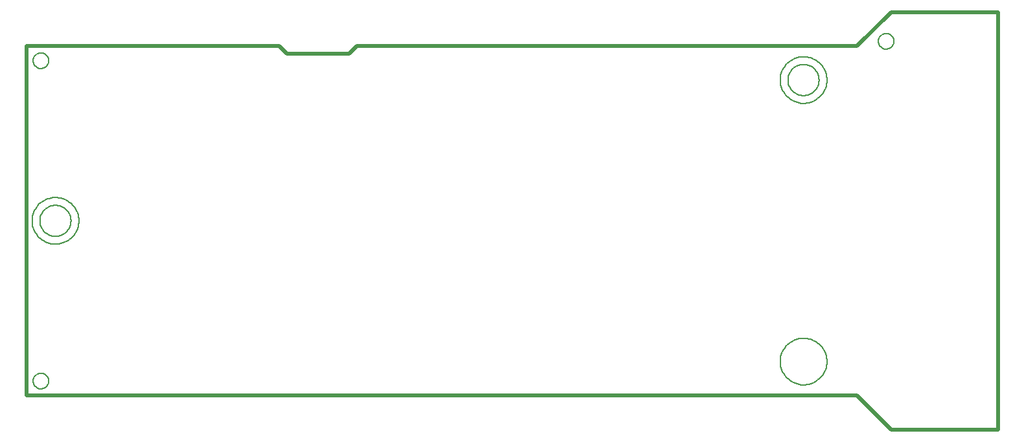
<source format=gko>
G04*
G04 #@! TF.GenerationSoftware,Altium Limited,Altium Designer,20.2.6 (244)*
G04*
G04 Layer_Color=16711935*
%FSLAX25Y25*%
%MOIN*%
G70*
G04*
G04 #@! TF.SameCoordinates,92151F8D-A914-4CFD-8B26-E94C02A97E6A*
G04*
G04*
G04 #@! TF.FilePolarity,Positive*
G04*
G01*
G75*
%ADD14C,0.00500*%
%ADD45C,0.02000*%
D14*
X512000Y135000D02*
X511958Y136004D01*
X511832Y137001D01*
X511623Y137984D01*
X511333Y138946D01*
X510963Y139881D01*
X510516Y140781D01*
X509995Y141641D01*
X509404Y142454D01*
X508748Y143215D01*
X508030Y143918D01*
X507255Y144558D01*
X506430Y145132D01*
X505560Y145634D01*
X504650Y146062D01*
X503708Y146413D01*
X502740Y146683D01*
X501753Y146871D01*
X500753Y146976D01*
X499749Y146997D01*
X498746Y146934D01*
X497751Y146787D01*
X496773Y146558D01*
X495817Y146247D01*
X494891Y145858D01*
X494000Y145392D01*
X493151Y144854D01*
X492351Y144246D01*
X491604Y143574D01*
X490916Y142841D01*
X490292Y142053D01*
X489736Y141216D01*
X489252Y140336D01*
X488843Y139418D01*
X488512Y138468D01*
X488262Y137495D01*
X488095Y136504D01*
X488011Y135503D01*
Y134497D01*
X488095Y133496D01*
X488262Y132505D01*
X488512Y131532D01*
X488843Y130582D01*
X489252Y129664D01*
X489736Y128784D01*
X490292Y127947D01*
X490916Y127159D01*
X491604Y126426D01*
X492351Y125754D01*
X493152Y125146D01*
X494000Y124608D01*
X494891Y124142D01*
X495817Y123753D01*
X496773Y123442D01*
X497752Y123213D01*
X498746Y123066D01*
X499749Y123003D01*
X500753Y123024D01*
X501753Y123129D01*
X502740Y123317D01*
X503708Y123587D01*
X504650Y123938D01*
X505560Y124366D01*
X506430Y124868D01*
X507255Y125442D01*
X508030Y126082D01*
X508748Y126785D01*
X509404Y127546D01*
X509995Y128359D01*
X510516Y129219D01*
X510962Y130119D01*
X511333Y131054D01*
X511623Y132016D01*
X511832Y132999D01*
X511958Y133996D01*
X512000Y135000D01*
Y280000D02*
X511958Y281004D01*
X511832Y282001D01*
X511623Y282984D01*
X511333Y283946D01*
X510963Y284881D01*
X510516Y285781D01*
X509995Y286641D01*
X509404Y287454D01*
X508748Y288215D01*
X508030Y288918D01*
X507255Y289558D01*
X506430Y290132D01*
X505560Y290634D01*
X504650Y291062D01*
X503708Y291413D01*
X502740Y291683D01*
X501753Y291871D01*
X500753Y291976D01*
X499749Y291997D01*
X498746Y291934D01*
X497751Y291787D01*
X496773Y291558D01*
X495817Y291247D01*
X494891Y290858D01*
X494000Y290392D01*
X493151Y289854D01*
X492351Y289246D01*
X491604Y288574D01*
X490916Y287841D01*
X490292Y287053D01*
X489736Y286216D01*
X489252Y285336D01*
X488843Y284418D01*
X488512Y283468D01*
X488262Y282495D01*
X488095Y281504D01*
X488011Y280503D01*
Y279498D01*
X488095Y278496D01*
X488262Y277505D01*
X488512Y276532D01*
X488843Y275583D01*
X489252Y274664D01*
X489736Y273784D01*
X490292Y272947D01*
X490916Y272159D01*
X491604Y271426D01*
X492351Y270754D01*
X493152Y270146D01*
X494000Y269608D01*
X494891Y269142D01*
X495817Y268753D01*
X496773Y268442D01*
X497752Y268213D01*
X498746Y268066D01*
X499749Y268003D01*
X500753Y268024D01*
X501753Y268129D01*
X502740Y268317D01*
X503708Y268587D01*
X504650Y268938D01*
X505560Y269366D01*
X506430Y269868D01*
X507255Y270442D01*
X508030Y271082D01*
X508748Y271785D01*
X509404Y272546D01*
X509995Y273359D01*
X510516Y274219D01*
X510962Y275119D01*
X511333Y276054D01*
X511623Y277016D01*
X511832Y277999D01*
X511958Y278996D01*
X512000Y280000D01*
X508000Y280000D02*
X507937Y281003D01*
X507749Y281990D01*
X507438Y282945D01*
X507011Y283854D01*
X506472Y284702D01*
X505832Y285476D01*
X505099Y286164D01*
X504287Y286755D01*
X503406Y287239D01*
X502472Y287608D01*
X501499Y287858D01*
X500502Y287984D01*
X499498D01*
X498501Y287858D01*
X497528Y287608D01*
X496594Y287239D01*
X495713Y286755D01*
X494901Y286164D01*
X494168Y285476D01*
X493528Y284702D01*
X492989Y283854D01*
X492562Y282945D01*
X492251Y281990D01*
X492063Y281003D01*
X492000Y280000D01*
X492063Y278997D01*
X492251Y278011D01*
X492562Y277055D01*
X492989Y276146D01*
X493528Y275298D01*
X494168Y274524D01*
X494901Y273836D01*
X495713Y273245D01*
X496594Y272761D01*
X497528Y272392D01*
X498501Y272142D01*
X499498Y272016D01*
X500502D01*
X501499Y272142D01*
X502472Y272392D01*
X503406Y272761D01*
X504287Y273245D01*
X505099Y273836D01*
X505832Y274524D01*
X506472Y275298D01*
X507011Y276146D01*
X507438Y277055D01*
X507749Y278011D01*
X507937Y278997D01*
X508000Y280000D01*
X123000Y207500D02*
X122937Y208503D01*
X122749Y209489D01*
X122438Y210445D01*
X122010Y211354D01*
X121472Y212202D01*
X120832Y212976D01*
X120099Y213664D01*
X119287Y214255D01*
X118406Y214739D01*
X117472Y215108D01*
X116499Y215358D01*
X115502Y215484D01*
X114498D01*
X113501Y215358D01*
X112528Y215108D01*
X111594Y214739D01*
X110713Y214255D01*
X109901Y213664D01*
X109168Y212976D01*
X108528Y212202D01*
X107990Y211354D01*
X107562Y210445D01*
X107251Y209489D01*
X107063Y208503D01*
X107000Y207500D01*
X107063Y206497D01*
X107251Y205510D01*
X107562Y204555D01*
X107990Y203646D01*
X108528Y202798D01*
X109168Y202024D01*
X109901Y201336D01*
X110713Y200745D01*
X111594Y200261D01*
X112528Y199892D01*
X113501Y199642D01*
X114498Y199516D01*
X115502D01*
X116499Y199642D01*
X117472Y199892D01*
X118406Y200261D01*
X119287Y200745D01*
X120099Y201336D01*
X120832Y202024D01*
X121472Y202798D01*
X122011Y203646D01*
X122438Y204555D01*
X122749Y205510D01*
X122937Y206497D01*
X123000Y207500D01*
X127000D02*
X126958Y208504D01*
X126832Y209501D01*
X126623Y210484D01*
X126332Y211446D01*
X125963Y212381D01*
X125516Y213281D01*
X124995Y214141D01*
X124404Y214954D01*
X123748Y215715D01*
X123030Y216418D01*
X122255Y217058D01*
X121430Y217632D01*
X120560Y218134D01*
X119650Y218562D01*
X118708Y218913D01*
X117740Y219183D01*
X116753Y219371D01*
X115753Y219476D01*
X114749Y219497D01*
X113746Y219434D01*
X112751Y219287D01*
X111773Y219058D01*
X110817Y218747D01*
X109891Y218358D01*
X109000Y217892D01*
X108151Y217354D01*
X107351Y216746D01*
X106604Y216074D01*
X105916Y215341D01*
X105292Y214553D01*
X104736Y213716D01*
X104251Y212836D01*
X103843Y211917D01*
X103512Y210968D01*
X103262Y209995D01*
X103095Y209004D01*
X103010Y208002D01*
Y206997D01*
X103095Y205996D01*
X103262Y205005D01*
X103512Y204032D01*
X103843Y203082D01*
X104252Y202164D01*
X104736Y201284D01*
X105292Y200447D01*
X105916Y199659D01*
X106604Y198926D01*
X107351Y198254D01*
X108151Y197646D01*
X109000Y197108D01*
X109891Y196642D01*
X110817Y196253D01*
X111773Y195942D01*
X112751Y195713D01*
X113746Y195566D01*
X114749Y195503D01*
X115753Y195524D01*
X116753Y195629D01*
X117740Y195817D01*
X118708Y196087D01*
X119650Y196438D01*
X120560Y196866D01*
X121430Y197368D01*
X122255Y197942D01*
X123030Y198582D01*
X123748Y199285D01*
X124404Y200046D01*
X124995Y200859D01*
X125516Y201719D01*
X125962Y202619D01*
X126332Y203554D01*
X126623Y204516D01*
X126832Y205499D01*
X126958Y206496D01*
X127000Y207500D01*
X111500Y125000D02*
X111374Y125995D01*
X111005Y126927D01*
X110416Y127738D01*
X109643Y128377D01*
X108736Y128804D01*
X107751Y128992D01*
X106751Y128929D01*
X105797Y128619D01*
X104950Y128082D01*
X104264Y127351D01*
X103781Y126472D01*
X103532Y125501D01*
Y124499D01*
X103781Y123528D01*
X104264Y122649D01*
X104950Y121918D01*
X105797Y121381D01*
X106751Y121071D01*
X107751Y121008D01*
X108736Y121196D01*
X109643Y121623D01*
X110416Y122262D01*
X111005Y123073D01*
X111374Y124005D01*
X111500Y125000D01*
X546500Y300000D02*
X546374Y300995D01*
X546005Y301927D01*
X545416Y302738D01*
X544643Y303377D01*
X543736Y303804D01*
X542751Y303992D01*
X541750Y303929D01*
X540797Y303619D01*
X539950Y303082D01*
X539264Y302351D01*
X538781Y301472D01*
X538531Y300501D01*
Y299499D01*
X538781Y298528D01*
X539264Y297649D01*
X539950Y296918D01*
X540797Y296381D01*
X541750Y296071D01*
X542751Y296008D01*
X543736Y296196D01*
X544643Y296623D01*
X545416Y297262D01*
X546005Y298073D01*
X546374Y299005D01*
X546500Y300000D01*
X111500Y290000D02*
X111374Y290995D01*
X111005Y291927D01*
X110416Y292738D01*
X109643Y293377D01*
X108736Y293804D01*
X107751Y293992D01*
X106751Y293929D01*
X105797Y293619D01*
X104950Y293082D01*
X104264Y292351D01*
X103781Y291473D01*
X103532Y290501D01*
Y289499D01*
X103781Y288527D01*
X104264Y287649D01*
X104950Y286918D01*
X105797Y286381D01*
X106751Y286071D01*
X107751Y286008D01*
X108736Y286196D01*
X109643Y286623D01*
X110416Y287262D01*
X111005Y288073D01*
X111374Y289005D01*
X111500Y290000D01*
D45*
X500000Y117500D02*
X527500D01*
X100000D02*
X328000D01*
X270000Y297500D02*
X328000D01*
X427500D01*
Y117500D02*
X500000D01*
Y297500D02*
X527500D01*
X427500D02*
X500000D01*
X328000Y117500D02*
X427500D01*
X527500D02*
X545000Y100000D01*
X527500Y297500D02*
X545000Y315000D01*
X234000Y293500D02*
X266000D01*
X270000Y297500D01*
X100000D02*
X230000D01*
X234000Y293500D01*
X545000Y100000D02*
X600000D01*
Y315000D01*
X545000D02*
X600000D01*
X100000Y117500D02*
Y297500D01*
M02*

</source>
